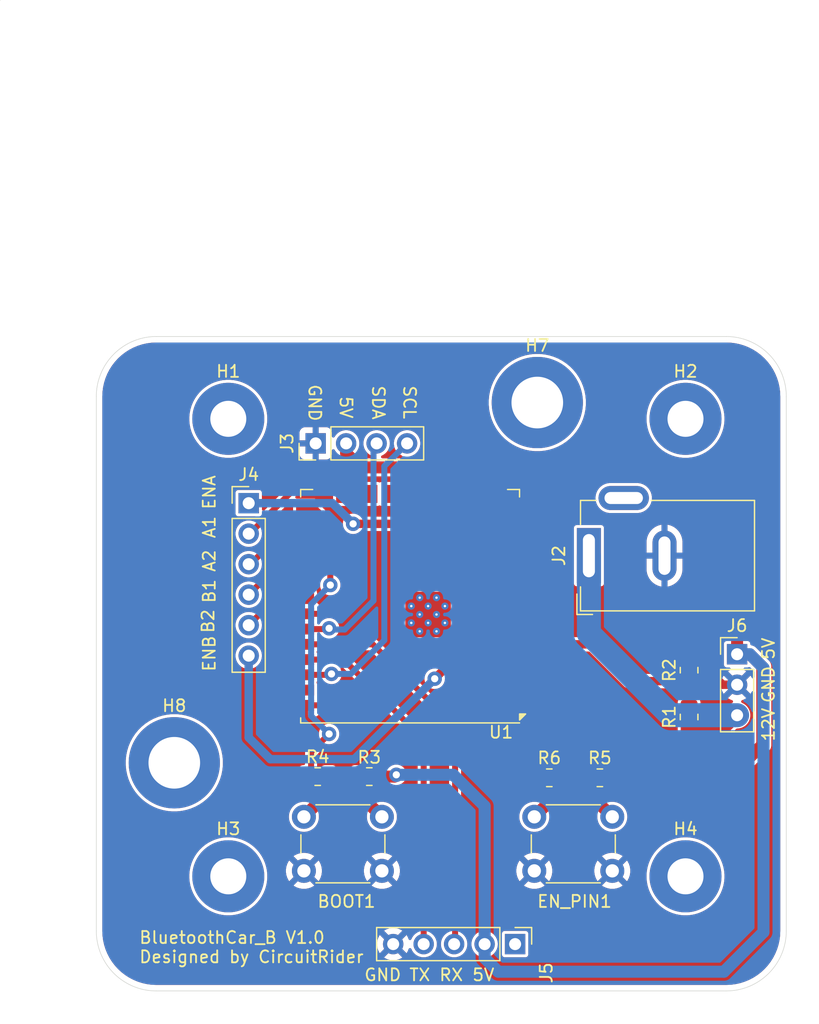
<source format=kicad_pcb>
(kicad_pcb (version 20241229) (generator "pcbnew") (generator_version "9.0")
  (layers (0 "F.Cu" signal) (2 "B.Cu" signal) (13 "F.Paste" user) (15 "B.Paste" user) (5 "F.SilkS" user "F.Silkscreen") (7 "B.SilkS" user "B.Silkscreen") (1 "F.Mask" user) (3 "B.Mask" user) (25 "Edge.Cuts" user))
  (net 0 "")
  (net 14 "SERVO_PWM")
  (net 17 "+12V")
  (net 18 "GND")
  (net 19 "SDA")
  (net 20 "SCL")
  (net 21 "+5V")
  (net 22 "INB1")
  (net 23 "ADC_VOL")
  (net 24 "INA2")
  (net 25 "ENA")
  (net 26 "INB2")
  (net 27 "ENB")
  (net 28 "INA1")
  (net 38 "TX0")
  (net 39 "RX0")
  (net 41 "Net-(BOOT1A-D)")
  (net 42 "Net-(EN_PIN1A-D)")
  (net 43 "BOOT")
  (net 44 "EN_PIN")
  (footprint "Button_Switch_THT:SW_PUSH_6mm_H5mm" (layer "F.Cu") (at 103.8 152.5 180)
    (property "Reference" "BOOT1" (at 2.95 -2.55 0) (layer "F.SilkS"))
    (property "Value" "BOOT")
    (fp_line (start 6.75 3) (end 6.75 1.5) (stroke (width 0.12)) (layer "F.SilkS"))
    (fp_line (start 5.5 -1) (end 1 -1) (stroke (width 0.12)) (layer "F.SilkS"))
    (fp_line (start 1 5.5) (end 5.5 5.5) (stroke (width 0.12)) (layer "F.SilkS"))
    (fp_line (start -0.25 1.5) (end -0.25 3) (stroke (width 0.12)) (layer "F.SilkS"))
    (pad "1" thru_hole circle (at 0 0 270) (size 2 2) (drill 1.1) (layers "*.Cu" "*.Mask") (net 18 "GND"))
    (pad "1" thru_hole circle (at 6.5 0 270) (size 2 2) (drill 1.1) (layers "*.Cu" "*.Mask") (net 18 "GND"))
    (pad "2" thru_hole circle (at 0 4.5 270) (size 2 2) (drill 1.1) (layers "*.Cu" "*.Mask") (net 41 "Net-(BOOT1A-D)"))
    (pad "2" thru_hole circle (at 6.5 4.5 270) (size 2 2) (drill 1.1) (layers "*.Cu" "*.Mask") (net 41 "Net-(BOOT1A-D)"))
  )
  (footprint "MountingHole:MountingHole_3mm_Pad" (layer "F.Cu") (at 129.1 152.955)
    (property "Reference" "H4" (at 0 -3.95 0) (layer "F.SilkS"))
    (property "Value" "MountingHole_Pad")
    (pad "1" thru_hole circle (at 0 0) (size 6 6) (drill 3) (layers "*.Cu" "*.Mask"))
  )
  (footprint "Resistor_SMD:R_0805_2012Metric" (layer "F.Cu") (at 121.9625 144.75)
    (property "Reference" "R5" (at 0 -1.65 0) (layer "F.SilkS"))
    (property "Value" "10K")
    (fp_line (start -0.227064 -0.735) (end 0.227064 -0.735) (stroke (width 0.12)) (layer "F.SilkS"))
    (fp_line (start -0.227064 0.735) (end 0.227064 0.735) (stroke (width 0.12)) (layer "F.SilkS"))
    (pad "1" smd roundrect (at -0.9125 0) (size 1.025 1.4) (layers "F.Cu" "F.Mask" "F.Paste") (roundrect_rratio 0.243902) (net 42 "Net-(EN_PIN1A-D)"))
    (pad "2" smd roundrect (at 0.9125 0) (size 1.025 1.4) (layers "F.Cu" "F.Mask" "F.Paste") (roundrect_rratio 0.243902) (net 21 "+5V"))
  )
  (footprint "MountingHole:MountingHole_4.3mm_M4_ISO7380_Pad" (layer "F.Cu") (at 116.75 113.5)
    (property "Reference" "H7" (at 0 -4.75 0) (layer "F.SilkS"))
    (property "Value" "MountingHole_Pad")
    (pad "1" thru_hole circle (at 0 0) (size 7.6 7.6) (drill 4.3) (layers "*.Cu" "*.Mask"))
  )
  (footprint "Connector_PinHeader_2.54mm:PinHeader_1x04_P2.54mm_Vertical" (layer "F.Cu") (at 98.28 116.9 90)
    (property "Reference" "J3" (at 0 -2.38 90) (layer "F.SilkS"))
    (property "Value" "LCD 1602")
    (fp_line (start -1.38 -1.38) (end 0 -1.38) (stroke (width 0.12)) (layer "F.SilkS"))
    (fp_line (start -1.38 0) (end -1.38 -1.38) (stroke (width 0.12)) (layer "F.SilkS"))
    (fp_line (start 1.38 1.27) (end 1.38 9) (stroke (width 0.12)) (layer "F.SilkS"))
    (fp_line (start -1.38 1.27) (end 1.38 1.27) (stroke (width 0.12)) (layer "F.SilkS"))
    (fp_line (start -1.38 1.27) (end -1.38 9) (stroke (width 0.12)) (layer "F.SilkS"))
    (fp_line (start -1.38 9) (end 1.38 9) (stroke (width 0.12)) (layer "F.SilkS"))
    (pad "1" thru_hole rect (at 0 0 90) (size 1.7 1.7) (drill 1) (layers "*.Cu" "*.Mask") (net 18 "GND"))
    (pad "2" thru_hole circle (at 0 2.54 90) (size 1.7 1.7) (drill 1) (layers "*.Cu" "*.Mask") (net 21 "+5V"))
    (pad "3" thru_hole circle (at 0 5.08 90) (size 1.7 1.7) (drill 1) (layers "*.Cu" "*.Mask") (net 19 "SDA"))
    (pad "4" thru_hole circle (at 0 7.62 90) (size 1.7 1.7) (drill 1) (layers "*.Cu" "*.Mask") (net 20 "SCL"))
  )
  (footprint "Button_Switch_THT:SW_PUSH_6mm_H5mm" (layer "F.Cu") (at 123 152.5 180)
    (property "Reference" "EN_PIN1" (at 3.15 -2.55 0) (layer "F.SilkS"))
    (property "Value" "EN_PIN")
    (fp_line (start 6.75 3) (end 6.75 1.5) (stroke (width 0.12)) (layer "F.SilkS"))
    (fp_line (start 5.5 -1) (end 1 -1) (stroke (width 0.12)) (layer "F.SilkS"))
    (fp_line (start 1 5.5) (end 5.5 5.5) (stroke (width 0.12)) (layer "F.SilkS"))
    (fp_line (start -0.25 1.5) (end -0.25 3) (stroke (width 0.12)) (layer "F.SilkS"))
    (pad "1" thru_hole circle (at 0 0 270) (size 2 2) (drill 1.1) (layers "*.Cu" "*.Mask") (net 18 "GND"))
    (pad "1" thru_hole circle (at 6.5 0 270) (size 2 2) (drill 1.1) (layers "*.Cu" "*.Mask") (net 18 "GND"))
    (pad "2" thru_hole circle (at 0 4.5 270) (size 2 2) (drill 1.1) (layers "*.Cu" "*.Mask") (net 42 "Net-(EN_PIN1A-D)"))
    (pad "2" thru_hole circle (at 6.5 4.5 270) (size 2 2) (drill 1.1) (layers "*.Cu" "*.Mask") (net 42 "Net-(EN_PIN1A-D)"))
  )
  (footprint "Resistor_SMD:R_0805_2012Metric" (layer "F.Cu") (at 129.4 135.7875 90)
    (property "Reference" "R2" (at 0 -1.65 90) (layer "F.SilkS"))
    (property "Value" "R")
    (fp_line (start -0.227064 -0.735) (end 0.227064 -0.735) (stroke (width 0.12)) (layer "F.SilkS"))
    (fp_line (start -0.227064 0.735) (end 0.227064 0.735) (stroke (width 0.12)) (layer "F.SilkS"))
    (pad "1" smd roundrect (at -0.9125 0 90) (size 1.025 1.4) (layers "F.Cu" "F.Mask" "F.Paste") (roundrect_rratio 0.243902) (net 23 "ADC_VOL"))
    (pad "2" smd roundrect (at 0.9125 0 90) (size 1.025 1.4) (layers "F.Cu" "F.Mask" "F.Paste") (roundrect_rratio 0.243902) (net 18 "GND"))
  )
  (footprint "MountingHole:MountingHole_3mm_Pad" (layer "F.Cu") (at 91 152.955)
    (property "Reference" "H3" (at 0 -3.95 0) (layer "F.SilkS"))
    (property "Value" "MountingHole_Pad")
    (pad "1" thru_hole circle (at 0 0) (size 6 6) (drill 3) (layers "*.Cu" "*.Mask"))
  )
  (footprint "Resistor_SMD:R_0805_2012Metric" (layer "F.Cu") (at 102.75 144.65)
    (property "Reference" "R3" (at 0 -1.6 0) (layer "F.SilkS"))
    (property "Value" "10K")
    (fp_line (start -0.227064 -0.735) (end 0.227064 -0.735) (stroke (width 0.12)) (layer "F.SilkS"))
    (fp_line (start -0.227064 0.735) (end 0.227064 0.735) (stroke (width 0.12)) (layer "F.SilkS"))
    (pad "1" smd roundrect (at -0.9125 0) (size 1.025 1.4) (layers "F.Cu" "F.Mask" "F.Paste") (roundrect_rratio 0.243902) (net 41 "Net-(BOOT1A-D)"))
    (pad "2" smd roundrect (at 0.9125 0) (size 1.025 1.4) (layers "F.Cu" "F.Mask" "F.Paste") (roundrect_rratio 0.243902) (net 21 "+5V"))
  )
  (footprint "Connector_PinHeader_2.54mm:PinHeader_1x05_P2.54mm_Vertical" (layer "F.Cu") (at 114.9 158.6 -90)
    (property "Reference" "J5" (at 2.4 -2.6 90) (layer "F.SilkS"))
    (property "Value" "Conn_01x05")
    (fp_line (start -1.38 11.54) (end 1.38 11.54) (stroke (width 0.12)) (layer "F.SilkS"))
    (fp_line (start -1.38 1.27) (end -1.38 11.54) (stroke (width 0.12)) (layer "F.SilkS"))
    (fp_line (start -1.38 1.27) (end 1.38 1.27) (stroke (width 0.12)) (layer "F.SilkS"))
    (fp_line (start 1.38 1.27) (end 1.38 11.54) (stroke (width 0.12)) (layer "F.SilkS"))
    (fp_line (start -1.38 0) (end -1.38 -1.38) (stroke (width 0.12)) (layer "F.SilkS"))
    (fp_line (start -1.38 -1.38) (end 0 -1.38) (stroke (width 0.12)) (layer "F.SilkS"))
    (pad "1" thru_hole rect (at 0 0 270) (size 1.7 1.7) (drill 1) (layers "*.Cu" "*.Mask"))
    (pad "2" thru_hole circle (at 0 2.54 270) (size 1.7 1.7) (drill 1) (layers "*.Cu" "*.Mask") (net 21 "+5V"))
    (pad "3" thru_hole circle (at 0 5.08 270) (size 1.7 1.7) (drill 1) (layers "*.Cu" "*.Mask") (net 39 "RX0"))
    (pad "4" thru_hole circle (at 0 7.62 270) (size 1.7 1.7) (drill 1) (layers "*.Cu" "*.Mask") (net 38 "TX0"))
    (pad "5" thru_hole circle (at 0 10.16 270) (size 1.7 1.7) (drill 1) (layers "*.Cu" "*.Mask") (net 18 "GND"))
  )
  (footprint "Connector_PinHeader_2.54mm:PinHeader_1x06_P2.54mm_Vertical" (layer "F.Cu") (at 92.7 121.88)
    (property "Reference" "J4" (at 0 -2.38 0) (layer "F.SilkS"))
    (property "Value" "Conn_01x06")
    (fp_line (start -1.38 -1.38) (end 0 -1.38) (stroke (width 0.12)) (layer "F.SilkS"))
    (fp_line (start -1.38 0) (end -1.38 -1.38) (stroke (width 0.12)) (layer "F.SilkS"))
    (fp_line (start -1.38 1.27) (end -1.38 14.08) (stroke (width 0.12)) (layer "F.SilkS"))
    (fp_line (start -1.38 1.27) (end 1.38 1.27) (stroke (width 0.12)) (layer "F.SilkS"))
    (fp_line (start -1.38 14.08) (end 1.38 14.08) (stroke (width 0.12)) (layer "F.SilkS"))
    (fp_line (start 1.38 1.27) (end 1.38 14.08) (stroke (width 0.12)) (layer "F.SilkS"))
    (pad "1" thru_hole rect (at 0 0) (size 1.7 1.7) (drill 1) (layers "*.Cu" "*.Mask") (net 25 "ENA"))
    (pad "2" thru_hole circle (at 0 2.54) (size 1.7 1.7) (drill 1) (layers "*.Cu" "*.Mask") (net 28 "INA1"))
    (pad "3" thru_hole circle (at 0 5.08) (size 1.7 1.7) (drill 1) (layers "*.Cu" "*.Mask") (net 24 "INA2"))
    (pad "4" thru_hole circle (at 0 7.62) (size 1.7 1.7) (drill 1) (layers "*.Cu" "*.Mask") (net 22 "INB1"))
    (pad "5" thru_hole circle (at 0 10.16) (size 1.7 1.7) (drill 1) (layers "*.Cu" "*.Mask") (net 26 "INB2"))
    (pad "6" thru_hole circle (at 0 12.7) (size 1.7 1.7) (drill 1) (layers "*.Cu" "*.Mask") (net 27 "ENB"))
  )
  (footprint "Connector_BarrelJack:BarrelJack_GCT_DCJ200-10-A_Horizontal" (layer "F.Cu") (at 121.05 126.25 90)
    (property "Reference" "J2" (at 0 -2.5 90) (layer "F.SilkS"))
    (property "Value" "Jack_DC")
    (fp_line (start -3.2 -1) (end -4.9 -1) (stroke (width 0.12)) (layer "F.SilkS"))
    (fp_line (start -4.9 -1) (end -4.9 0.3) (stroke (width 0.12)) (layer "F.SilkS"))
    (fp_line (start 4.6 -0.7) (end 4.6 0.6) (stroke (width 0.12)) (layer "F.SilkS"))
    (fp_line (start 2.6 -0.7) (end 4.6 -0.7) (stroke (width 0.12)) (layer "F.SilkS"))
    (fp_line (start -4.6 -0.7) (end -2.6 -0.7) (stroke (width 0.12)) (layer "F.SilkS"))
    (fp_line (start 4.6 5.2) (end 4.6 13.8) (stroke (width 0.12)) (layer "F.SilkS"))
    (fp_line (start 4.6 13.8) (end -4.6 13.8) (stroke (width 0.12)) (layer "F.SilkS"))
    (fp_line (start -4.6 13.8) (end -4.6 -0.7) (stroke (width 0.12)) (layer "F.SilkS"))
    (pad "1" thru_hole rect (at 0 0 90) (size 4.6 2) (drill oval 3.6 1) (layers "*.Cu" "*.Mask") (net 17 "+12V"))
    (pad "2" thru_hole oval (at 0 6.3 90) (size 4.2 2) (drill oval 3.2 1) (layers "*.Cu" "*.Mask") (net 18 "GND"))
    (pad "3" thru_hole oval (at 4.8 2.9 90) (size 2 4.2) (drill oval 1 3.2) (layers "*.Cu" "*.Mask"))
  )
  (footprint "MountingHole:MountingHole_3mm_Pad" (layer "F.Cu") (at 129.1 114.855)
    (property "Reference" "H2" (at 0 -3.95 0) (layer "F.SilkS"))
    (property "Value" "MountingHole_Pad")
    (pad "1" thru_hole circle (at 0 0) (size 6 6) (drill 3) (layers "*.Cu" "*.Mask"))
  )
  (footprint "MountingHole:MountingHole_3mm_Pad" (layer "F.Cu") (at 91 114.855)
    (property "Reference" "H1" (at 0 -3.95 0) (layer "F.SilkS"))
    (property "Value" "MountingHole_Pad")
    (pad "1" thru_hole circle (at 0 0) (size 6 6) (drill 3) (layers "*.Cu" "*.Mask"))
  )
  (footprint "Resistor_SMD:R_0805_2012Metric" (layer "F.Cu") (at 98.45 144.65)
    (property "Reference" "R4" (at 0 -1.65 0) (layer "F.SilkS"))
    (property "Value" "1K")
    (fp_line (start -0.227064 -0.735) (end 0.227064 -0.735) (stroke (width 0.12)) (layer "F.SilkS"))
    (fp_line (start -0.227064 0.735) (end 0.227064 0.735) (stroke (width 0.12)) (layer "F.SilkS"))
    (pad "1" smd roundrect (at -0.9125 0) (size 1.025 1.4) (layers "F.Cu" "F.Mask" "F.Paste") (roundrect_rratio 0.243902) (net 43 "BOOT"))
    (pad "2" smd roundrect (at 0.9125 0) (size 1.025 1.4) (layers "F.Cu" "F.Mask" "F.Paste") (roundrect_rratio 0.243902) (net 41 "Net-(BOOT1A-D)"))
  )
  (footprint "Resistor_SMD:R_0805_2012Metric" (layer "F.Cu") (at 129.4 139.6875 90)
    (property "Reference" "R1" (at 0 -1.65 90) (layer "F.SilkS"))
    (property "Value" "R")
    (fp_line (start -0.227064 -0.735) (end 0.227064 -0.735) (stroke (width 0.12)) (layer "F.SilkS"))
    (fp_line (start -0.227064 0.735) (end 0.227064 0.735) (stroke (width 0.12)) (layer "F.SilkS"))
    (pad "1" smd roundrect (at -0.9125 0 90) (size 1.025 1.4) (layers "F.Cu" "F.Mask" "F.Paste") (roundrect_rratio 0.243902) (net 17 "+12V"))
    (pad "2" smd roundrect (at 0.9125 0 90) (size 1.025 1.4) (layers "F.Cu" "F.Mask" "F.Paste") (roundrect_rratio 0.243902) (net 23 "ADC_VOL"))
  )
  (footprint "MountingHole:MountingHole_4.3mm_M4_ISO7380_Pad" (layer "F.Cu") (at 86.5 143.5)
    (property "Reference" "H8" (at 0 -4.75 0) (layer "F.SilkS"))
    (property "Value" "MountingHole_Pad")
    (pad "1" thru_hole circle (at 0 0) (size 7.6 7.6) (drill 4.3) (layers "*.Cu" "*.Mask"))
  )
  (footprint "Connector_PinHeader_2.54mm:PinHeader_1x03_P2.54mm_Vertical" (layer "F.Cu") (at 133.4 134.46)
    (property "Reference" "J6" (at 0 -2.38 0) (layer "F.SilkS"))
    (property "Value" "Battery_Source")
    (fp_line (start -1.38 -1.38) (end 0 -1.38) (stroke (width 0.12)) (layer "F.SilkS"))
    (fp_line (start -1.38 0) (end -1.38 -1.38) (stroke (width 0.12)) (layer "F.SilkS"))
    (fp_line (start -1.38 1.27) (end -1.38 6.46) (stroke (width 0.12)) (layer "F.SilkS"))
    (fp_line (start -1.38 1.27) (end 1.38 1.27) (stroke (width 0.12)) (layer "F.SilkS"))
    (fp_line (start -1.38 6.46) (end 1.38 6.46) (stroke (width 0.12)) (layer "F.SilkS"))
    (fp_line (start 1.38 1.27) (end 1.38 6.46) (stroke (width 0.12)) (layer "F.SilkS"))
    (pad "1" thru_hole rect (at 0 0) (size 1.7 1.7) (drill 1) (layers "*.Cu" "*.Mask") (net 21 "+5V"))
    (pad "2" thru_hole circle (at 0 2.54) (size 1.7 1.7) (drill 1) (layers "*.Cu" "*.Mask") (net 18 "GND"))
    (pad "3" thru_hole circle (at 0 5.08) (size 1.7 1.7) (drill 1) (layers "*.Cu" "*.Mask") (net 17 "+12V"))
  )
  (footprint "Resistor_SMD:R_0805_2012Metric" (layer "F.Cu") (at 117.75 144.75)
    (property "Reference" "R6" (at 0 -1.65 0) (layer "F.SilkS"))
    (property "Value" "1K")
    (fp_line (start -0.227064 -0.735) (end 0.227064 -0.735) (stroke (width 0.12)) (layer "F.SilkS"))
    (fp_line (start -0.227064 0.735) (end 0.227064 0.735) (stroke (width 0.12)) (layer "F.SilkS"))
    (pad "1" smd roundrect (at -0.9125 0) (size 1.025 1.4) (layers "F.Cu" "F.Mask" "F.Paste") (roundrect_rratio 0.243902) (net 44 "EN_PIN"))
    (pad "2" smd roundrect (at 0.9125 0) (size 1.025 1.4) (layers "F.Cu" "F.Mask" "F.Paste") (roundrect_rratio 0.243902) (net 42 "Net-(EN_PIN1A-D)"))
  )
  (footprint "RF_Module:ESP32-WROOM-32U" (layer "F.Cu") (at 106.15 130.46 180)
    (property "Reference" "U1" (at -7.58 -10.5 0) (layer "F.SilkS"))
    (property "Value" "ESP32-DevKitC")
    (fp_line (start 9.12 9.72) (end 8.12 9.72) (stroke (width 0.12)) (layer "F.SilkS"))
    (fp_line (start 9.12 9.1) (end 9.12 9.72) (stroke (width 0.12)) (layer "F.SilkS"))
    (fp_line (start 9.12 -9.72) (end 9.12 -9.3) (stroke (width 0.12)) (layer "F.SilkS"))
    (fp_line (start -9.12 9.72) (end -8.12 9.72) (stroke (width 0.12)) (layer "F.SilkS"))
    (fp_line (start -9.12 9.1) (end -9.12 9.72) (stroke (width 0.12)) (layer "F.SilkS"))
    (fp_line (start -9.12 -9.72) (end 9.12 -9.72) (stroke (width 0.12)) (layer "F.SilkS"))
    (fp_poly (pts (xy -9.125 -8.975) (xy -9.625 -8.975) (xy -9.125 -9.475) (xy -9.125 -8.975)) (stroke (width 0.12)) (fill yes) (layer "F.SilkS"))
    (pad "1" smd rect (at -8.75 -8.255 180) (size 1.5 0.9) (layers "F.Cu" "F.Mask" "F.Paste"))
    (pad "2" smd rect (at -8.75 -6.985 180) (size 1.5 0.9) (layers "F.Cu" "F.Mask" "F.Paste") (net 44 "EN_PIN"))
    (pad "3" smd rect (at -8.75 -5.715 180) (size 1.5 0.9) (layers "F.Cu" "F.Mask" "F.Paste"))
    (pad "4" smd rect (at -8.75 -4.445 180) (size 1.5 0.9) (layers "F.Cu" "F.Mask" "F.Paste"))
    (pad "5" smd rect (at -8.75 -3.175 180) (size 1.5 0.9) (layers "F.Cu" "F.Mask" "F.Paste") (net 23 "ADC_VOL"))
    (pad "6" smd rect (at -8.75 -1.905 180) (size 1.5 0.9) (layers "F.Cu" "F.Mask" "F.Paste"))
    (pad "7" smd rect (at -8.75 -0.635 180) (size 1.5 0.9) (layers "F.Cu" "F.Mask" "F.Paste") (net 27 "ENB"))
    (pad "8" smd rect (at -8.75 0.635 180) (size 1.5 0.9) (layers "F.Cu" "F.Mask" "F.Paste") (net 25 "ENA"))
    (pad "9" smd rect (at -8.75 1.905 180) (size 1.5 0.9) (layers "F.Cu" "F.Mask" "F.Paste"))
    (pad "10" smd rect (at -8.75 3.175 180) (size 1.5 0.9) (layers "F.Cu" "F.Mask" "F.Paste"))
    (pad "11" smd rect (at -8.75 4.445 180) (size 1.5 0.9) (layers "F.Cu" "F.Mask" "F.Paste"))
    (pad "12" smd rect (at -8.75 5.715 180) (size 1.5 0.9) (layers "F.Cu" "F.Mask" "F.Paste"))
    (pad "13" smd rect (at -8.75 6.985 180) (size 1.5 0.9) (layers "F.Cu" "F.Mask" "F.Paste"))
    (pad "14" smd rect (at -8.75 8.255 180) (size 1.5 0.9) (layers "F.Cu" "F.Mask" "F.Paste") (net 18 "GND"))
    (pad "15" smd rect (at -5.715 9.35 270) (size 1.5 0.9) (layers "F.Cu" "F.Mask" "F.Paste") (net 14 "SERVO_PWM"))
    (pad "16" smd rect (at -4.445 9.35 270) (size 1.5 0.9) (layers "F.Cu" "F.Mask" "F.Paste"))
    (pad "17" smd rect (at -3.175 9.35 270) (size 1.5 0.9) (layers "F.Cu" "F.Mask" "F.Paste"))
    (pad "18" smd rect (at -1.905 9.35 270) (size 1.5 0.9) (layers "F.Cu" "F.Mask" "F.Paste"))
    (pad "19" smd rect (at -0.635 9.35 270) (size 1.5 0.9) (layers "F.Cu" "F.Mask" "F.Paste") (net 21 "+5V"))
    (pad "20" smd rect (at 0.635 9.35 270) (size 1.5 0.9) (layers "F.Cu" "F.Mask" "F.Paste"))
    (pad "21" smd rect (at 1.905 9.35 270) (size 1.5 0.9) (layers "F.Cu" "F.Mask" "F.Paste"))
    (pad "22" smd rect (at 3.175 9.35 270) (size 1.5 0.9) (layers "F.Cu" "F.Mask" "F.Paste"))
    (pad "23" smd rect (at 4.445 9.35 270) (size 1.5 0.9) (layers "F.Cu" "F.Mask" "F.Paste"))
    (pad "24" smd rect (at 5.715 9.35 270) (size 1.5 0.9) (layers "F.Cu" "F.Mask" "F.Paste") (net 28 "INA1"))
    (pad "25" smd rect (at 8.75 8.255 180) (size 1.5 0.9) (layers "F.Cu" "F.Mask" "F.Paste") (net 43 "BOOT"))
    (pad "26" smd rect (at 8.75 6.985 180) (size 1.5 0.9) (layers "F.Cu" "F.Mask" "F.Paste") (net 24 "INA2"))
    (pad "27" smd rect (at 8.75 5.715 180) (size 1.5 0.9) (layers "F.Cu" "F.Mask" "F.Paste"))
    (pad "28" smd rect (at 8.75 4.445 180) (size 1.5 0.9) (layers "F.Cu" "F.Mask" "F.Paste"))
    (pad "29" smd rect (at 8.75 3.175 180) (size 1.5 0.9) (layers "F.Cu" "F.Mask" "F.Paste"))
    (pad "30" smd rect (at 8.75 1.905 180) (size 1.5 0.9) (layers "F.Cu" "F.Mask" "F.Paste") (net 22 "INB1"))
    (pad "31" smd rect (at 8.75 0.635 180) (size 1.5 0.9) (layers "F.Cu" "F.Mask" "F.Paste") (net 26 "INB2"))
    (pad "32" smd rect (at 8.75 -0.635 180) (size 1.5 0.9) (layers "F.Cu" "F.Mask" "F.Paste") (net 18 "GND"))
    (pad "33" smd rect (at 8.75 -1.905 180) (size 1.5 0.9) (layers "F.Cu" "F.Mask" "F.Paste") (net 19 "SDA"))
    (pad "34" smd rect (at 8.75 -3.175 180) (size 1.5 0.9) (layers "F.Cu" "F.Mask" "F.Paste") (net 39 "RX0"))
    (pad "35" smd rect (at 8.75 -4.445 180) (size 1.5 0.9) (layers "F.Cu" "F.Mask" "F.Paste") (net 38 "TX0"))
    (pad "36" smd rect (at 8.75 -5.715 180) (size 1.5 0.9) (layers "F.Cu" "F.Mask" "F.Paste") (net 20 "SCL"))
    (pad "37" smd rect (at 8.75 -6.985 180) (size 1.5 0.9) (layers "F.Cu" "F.Mask" "F.Paste"))
    (pad "38" smd rect (at 8.75 -8.255 180) (size 1.5 0.9) (layers "F.Cu" "F.Mask" "F.Paste") (net 18 "GND"))
    (pad "39" smd rect (at -2.9 -2.09 180) (size 0.9 0.9) (layers "F.Cu" "F.Paste"))
    (pad "39" thru_hole circle (at -2.9 -1.39 180) (size 0.6 0.6) (drill 0.2) (property pad_prop_heatsink) (layers "*.Cu" "F.Mask"))
    (pad "39" smd rect (at -2.9 -0.69 180) (size 0.9 0.9) (layers "F.Cu" "F.Paste"))
    (pad "39" thru_hole circle (at -2.9 0.01 180) (size 0.6 0.6) (drill 0.2) (property pad_prop_heatsink) (layers "*.Cu" "F.Mask"))
    (pad "39" smd rect (at -2.9 0.71 180) (size 0.9 0.9) (layers "F.Cu" "F.Paste"))
    (pad "39" thru_hole circle (at -2.2 -2.09 180) (size 0.6 0.6) (drill 0.2) (property pad_prop_heatsink) (layers "*.Cu" "F.Mask"))
    (pad "39" thru_hole circle (at -2.2 -0.69 180) (size 0.6 0.6) (drill 0.2) (property pad_prop_heatsink) (layers "*.Cu" "F.Mask"))
    (pad "39" thru_hole circle (at -2.2 0.71 180) (size 0.6 0.6) (drill 0.2) (property pad_prop_heatsink) (layers "*.Cu" "F.Mask"))
    (pad "39" smd rect (at -1.5 -2.09 180) (size 0.9 0.9) (layers "F.Cu" "F.Paste"))
    (pad "39" thru_hole circle (at -1.5 -1.39 180) (size 0.6 0.6) (drill 0.2) (property pad_prop_heatsink) (layers "*.Cu" "F.Mask"))
    (pad "39" smd rect (at -1.5 -0.69 180) (size 0.9 0.9) (layers "F.Cu" "F.Paste"))
    (pad "39" smd rect (at -1.5 -0.69 180) (size 3.8 3.8) (property pad_prop_heatsink) (layers "F.Cu" "F.Mask"))
    (pad "39" thru_hole circle (at -1.5 0.01 180) (size 0.6 0.6) (drill 0.2) (property pad_prop_heatsink) (layers "*.Cu" "F.Mask"))
    (pad "39" smd rect (at -1.5 0.71 180) (size 0.9 0.9) (layers "F.Cu" "F.Paste"))
    (pad "39" thru_hole circle (at -0.8 -2.09 180) (size 0.6 0.6) (drill 0.2) (property pad_prop_heatsink) (layers "*.Cu" "F.Mask"))
    (pad "39" thru_hole circle (at -0.8 -0.69 180) (size 0.6 0.6) (drill 0.2) (property pad_prop_heatsink) (layers "*.Cu" "F.Mask"))
    (pad "39" thru_hole circle (at -0.8 0.71 180) (size 0.6 0.6) (drill 0.2) (property pad_prop_heatsink) (layers "*.Cu" "F.Mask"))
    (pad "39" smd rect (at -0.1 -2.09 180) (size 0.9 0.9) (layers "F.Cu" "F.Paste"))
    (pad "39" thru_hole circle (at -0.1 -1.39 180) (size 0.6 0.6) (drill 0.2) (property pad_prop_heatsink) (layers "*.Cu" "F.Mask"))
    (pad "39" smd rect (at -0.1 -0.69 180) (size 0.9 0.9) (layers "F.Cu" "F.Paste"))
    (pad "39" thru_hole circle (at -0.1 0.01 180) (size 0.6 0.6) (drill 0.2) (property pad_prop_heatsink) (layers "*.Cu" "F.Mask"))
    (pad "39" smd rect (at -0.1 0.71 180) (size 0.9 0.9) (layers "F.Cu" "F.Paste"))
  )
  (gr_line (start 132.5 162.5) (end 85 162.5) (stroke (width 0.05)) (layer "Edge.Cuts"))
  (gr_line (start 137.5 113) (end 137.5 157.5) (stroke (width 0.05)) (layer "Edge.Cuts"))
  (gr_line (start 80 157.5) (end 80 113) (stroke (width 0.05)) (layer "Edge.Cuts"))
  (gr_arc (start 85 162.5) (mid 81.464466 161.035534) (end 80 157.5) (stroke (width 0.05)) (layer "Edge.Cuts"))
  (gr_arc (start 137.5 157.5) (mid 136.035534 161.035534) (end 132.5 162.5) (stroke (width 0.05)) (layer "Edge.Cuts"))
  (gr_line (start 85 108) (end 132.5 108) (stroke (width 0.05)) (layer "Edge.Cuts"))
  (gr_arc (start 132.5 108) (mid 136.035534 109.464466) (end 137.5 113) (stroke (width 0.05)) (layer "Edge.Cuts"))
  (gr_arc (start 80 113) (mid 81.464466 109.464466) (end 85 108) (stroke (width 0.05)) (layer "Edge.Cuts"))
  (gr_line (start 72 80) (end 72 80) (stroke (width 0.05)) (layer "Edge.Cuts"))
  (gr_text "12V" (at 136.6 141.8 90) (layer "F.SilkS") (effects (font (size 1 1)) (justify left bottom)))
  (gr_text "GND" (at 102.25 161.75 0) (layer "F.SilkS") (effects (font (size 1 1)) (justify left bottom)))
  (gr_text "GND" (at 136.6 138.6 90) (layer "F.SilkS") (effects (font (size 1 1)) (justify left bottom)))
  (gr_text "TX" (at 106 161.75 0) (layer "F.SilkS") (effects (font (size 1 1)) (justify left bottom)))
  (gr_text "BluetoothCar_B V1.0\nDesigned by CircuitRider" (at 83.5 160.25 0) (layer "F.SilkS") (effects (font (size 1 1)) (justify left bottom)))
  (gr_text "ENA" (at 90 122.48 90) (layer "F.SilkS") (effects (font (size 1 1)) (justify left bottom)))
  (gr_text "5V" (at 136.6 135 90) (layer "F.SilkS") (effects (font (size 1 1)) (justify left bottom)))
  (gr_text "B2" (at 89.9 132.78 90) (layer "F.SilkS") (effects (font (size 1 1)) (justify left bottom)))
  (gr_text "5V" (at 100.22 112.9 270) (layer "F.SilkS") (effects (font (size 1 1)) (justify left bottom)))
  (gr_text "B1" (at 90 130.28 90) (layer "F.SilkS") (effects (font (size 1 1)) (justify left bottom)))
  (gr_text "A2" (at 90 127.68 90) (layer "F.SilkS") (effects (font (size 1 1)) (justify left bottom)))
  (gr_text "A1" (at 90 124.88 90) (layer "F.SilkS") (effects (font (size 1 1)) (justify left bottom)))
  (gr_text "GND" (at 97.62 111.9 270) (layer "F.SilkS") (effects (font (size 1 1)) (justify left bottom)))
  (gr_text "RX" (at 108.5 161.75 0) (layer "F.SilkS") (effects (font (size 1 1)) (justify left bottom)))
  (gr_text "SDA" (at 102.92 112 270) (layer "F.SilkS") (effects (font (size 1 1)) (justify left bottom)))
  (gr_text "SCL" (at 105.52 112 270) (layer "F.SilkS") (effects (font (size 1 1)) (justify left bottom)))
  (gr_text "ENB" (at 90 135.98 90) (layer "F.SilkS") (effects (font (size 1 1)) (justify left bottom)))
  (gr_text "5V" (at 111.25 161.75 0) (layer "F.SilkS") (effects (font (size 1 1)) (justify left bottom)))
  (segment (start 129.4 140.6) (end 132.34 140.6) (width 1) (layer "F.Cu") (net 17))
  (segment (start 132.34 140.6) (end 133.4 139.54) (width 1) (layer "F.Cu") (net 17))
  (segment (start 121.05 132.73) (end 127.86 139.54) (width 2) (layer "B.Cu") (net 17))
  (segment (start 127.86 139.54) (end 133.4 139.54) (width 2) (layer "B.Cu") (net 17))
  (segment (start 121.05 126.25) (end 121.05 132.73) (width 2) (layer "B.Cu") (net 17))
  (segment (start 132.2 137) (end 133.4 137) (width 0.7) (layer "F.Cu") (net 18))
  (segment (start 129.4 134.875) (end 130.075 134.875) (width 0.7) (layer "F.Cu") (net 18))
  (segment (start 130.075 134.875) (end 132.2 137) (width 0.7) (layer "F.Cu") (net 18))
  (segment (start 97.4 132.365) (end 99.335 132.365) (width 0.5) (layer "F.Cu") (net 19))
  (segment (start 99.335 132.365) (end 99.4 132.3) (width 0.5) (layer "F.Cu") (net 19))
  (via (at 99.4 132.3) (size 1.2) (drill 0.6) (layers "F.Cu" "B.Cu") (net 19))
  (segment (start 99.5 132.4) (end 100.7 132.4) (width 0.5) (layer "B.Cu") (net 19))
  (segment (start 103.1 117.16) (end 103.36 116.9) (width 0.5) (layer "B.Cu") (net 19))
  (segment (start 100.7 132.4) (end 103.1 130) (width 0.5) (layer "B.Cu") (net 19))
  (segment (start 103.1 130) (end 103.1 117.16) (width 0.5) (layer "B.Cu") (net 19))
  (segment (start 99.4 132.3) (end 99.5 132.4) (width 0.5) (layer "B.Cu") (net 19))
  (segment (start 99.525 136.175) (end 99.6 136.1) (width 0.5) (layer "F.Cu") (net 20))
  (segment (start 97.4 136.175) (end 99.525 136.175) (width 0.5) (layer "F.Cu") (net 20))
  (via (at 99.6 136.1) (size 1.2) (drill 0.6) (layers "F.Cu" "B.Cu") (net 20))
  (segment (start 104 118.8) (end 105.9 116.9) (width 0.5) (layer "B.Cu") (net 20))
  (segment (start 104 133.3) (end 104 118.8) (width 0.5) (layer "B.Cu") (net 20))
  (segment (start 101.2 136.1) (end 104 133.3) (width 0.5) (layer "B.Cu") (net 20))
  (segment (start 99.6 136.1) (end 101.2 136.1) (width 0.5) (layer "B.Cu") (net 20))
  (segment (start 106.785 119.785) (end 106.785 121.11) (width 1) (layer "F.Cu") (net 21))
  (segment (start 100.82 117.72) (end 102 118.9) (width 1) (layer "F.Cu") (net 21))
  (segment (start 100.82 116.9) (end 100.82 117.72) (width 1) (layer "F.Cu") (net 21))
  (segment (start 104.85 144.65) (end 105 144.5) (width 1) (layer "F.Cu") (net 21))
  (segment (start 126.9 119) (end 133.4 125.5) (width 1) (layer "F.Cu") (net 21))
  (segment (start 102 118.9) (end 105.9 118.9) (width 1) (layer "F.Cu") (net 21))
  (segment (start 107.6 119) (end 126.9 119) (width 1) (layer "F.Cu") (net 21))
  (segment (start 106.785 119.815) (end 107.6 119) (width 1) (layer "F.Cu") (net 21))
  (segment (start 133.4 125.5) (end 133.4 134.46) (width 1) (layer "F.Cu") (net 21))
  (segment (start 122.875 144.75) (end 132.75 144.75) (width 1) (layer "F.Cu") (net 21))
  (segment (start 134.46 134.46) (end 133.4 134.46) (width 1) (layer "F.Cu") (net 21))
  (segment (start 135.5 142) (end 135.5 135.5) (width 1) (layer "F.Cu") (net 21))
  (segment (start 132.75 144.75) (end 135.5 142) (width 1) (layer "F.Cu") (net 21))
  (segment (start 135.5 135.5) (end 134.46 134.46) (width 1) (layer "F.Cu") (net 21))
  (segment (start 105.9 118.9) (end 106.785 119.785) (width 1) (layer "F.Cu") (net 21))
  (segment (start 103.6625 144.65) (end 104.85 144.65) (width 1) (layer "F.Cu") (net 21))
  (segment (start 106.785 121.11) (end 106.785 119.815) (width 1) (layer "F.Cu") (net 21))
  (via (at 105 144.5) (size 1.2) (drill 0.6) (layers "F.Cu" "B.Cu") (net 21))
  (segment (start 135.6 157.6) (end 135.6 135.6) (width 1) (layer "B.Cu") (net 21))
  (segment (start 109.75 144.5) (end 105 144.5) (width 1) (layer "B.Cu") (net 21))
  (segment (start 134.46 134.46) (end 133.4 134.46) (width 1) (layer "B.Cu") (net 21))
  (segment (start 135.6 135.6) (end 134.46 134.46) (width 1) (layer "B.Cu") (net 21))
  (segment (start 112.36 147.11) (end 109.75 144.5) (width 1) (layer "B.Cu") (net 21))
  (segment (start 113.5 160.9) (end 132.3 160.9) (width 1) (layer "B.Cu") (net 21))
  (segment (start 132.3 160.9) (end 135.6 157.6) (width 1) (layer "B.Cu") (net 21))
  (segment (start 112.36 158.6) (end 112.36 147.11) (width 1) (layer "B.Cu") (net 21))
  (segment (start 112.36 158.6) (end 112.36 159.76) (width 1) (layer "B.Cu") (net 21))
  (segment (start 112.36 159.76) (end 113.5 160.9) (width 1) (layer "B.Cu") (net 21))
  (segment (start 93.645 128.555) (end 92.7 129.5) (width 0.5) (layer "F.Cu") (net 22))
  (segment (start 97.4 128.555) (end 93.645 128.555) (width 0.5) (layer "F.Cu") (net 22))
  (segment (start 129.4 136.7) (end 129.4 138.775) (width 0.7) (layer "F.Cu") (net 23))
  (segment (start 129.4 136.7) (end 124.4 136.7) (width 0.7) (layer "F.Cu") (net 23))
  (segment (start 124.4 136.7) (end 121.335 133.635) (width 0.7) (layer "F.Cu") (net 23))
  (segment (start 121.335 133.635) (end 114.9 133.635) (width 0.7) (layer "F.Cu") (net 23))
  (segment (start 92.7 126.96) (end 92.84 126.96) (width 0.5) (layer "F.Cu") (net 24))
  (segment (start 96.325 123.475) (end 97.4 123.475) (width 0.5) (layer "F.Cu") (net 24))
  (segment (start 92.84 126.96) (end 96.325 123.475) (width 0.5) (layer "F.Cu") (net 24))
  (segment (start 113.45 129.825) (end 107.225 123.6) (width 0.7) (layer "F.Cu") (net 25))
  (segment (start 114.9 129.825) (end 113.45 129.825) (width 0.7) (layer "F.Cu") (net 25))
  (segment (start 107.225 123.6) (end 101.4 123.6) (width 0.7) (layer "F.Cu") (net 25))
  (via (at 101.4 123.6) (size 1.2) (drill 0.6) (layers "F.Cu" "B.Cu") (net 25))
  (segment (start 99.68 121.88) (end 92.7 121.88) (width 0.7) (layer "B.Cu") (net 25))
  (segment (start 101.4 123.6) (end 99.68 121.88) (width 0.7) (layer "B.Cu") (net 25))
  (segment (start 97.4 129.825) (end 94.915 129.825) (width 0.5) (layer "F.Cu") (net 26))
  (segment (start 94.915 129.825) (end 92.7 132.04) (width 0.5) (layer "F.Cu") (net 26))
  (segment (start 113.605 131.095) (end 108.2 136.5) (width 0.7) (layer "F.Cu") (net 27))
  (segment (start 114.9 131.095) (end 113.605 131.095) (width 0.7) (layer "F.Cu") (net 27))
  (via (at 108.2 136.5) (size 1.2) (drill 0.6) (layers "F.Cu" "B.Cu") (net 27))
  (segment (start 92.7 134.58) (end 92.7 141.4) (width 0.7) (layer "B.Cu") (net 27))
  (segment (start 92.7 141.4) (end 94.5 143.2) (width 0.7) (layer "B.Cu") (net 27))
  (segment (start 101.5 143.2) (end 108.2 136.5) (width 0.7) (layer "B.Cu") (net 27))
  (segment (start 94.5 143.2) (end 101.5 143.2) (width 0.7) (layer "B.Cu") (net 27))
  (segment (start 92.7 124.42) (end 92.78 124.42) (width 0.5) (layer "F.Cu") (net 28))
  (segment (start 92.78 124.42) (end 96.5 120.7) (width 0.5) (layer "F.Cu") (net 28))
  (segment (start 96.5 120.7) (end 100.025 120.7) (width 0.5) (layer "F.Cu") (net 28))
  (segment (start 100.025 120.7) (end 100.435 121.11) (width 0.5) (layer "F.Cu") (net 28))
  (segment (start 107.28 141.58) (end 107.28 158.6) (width 0.5) (layer "F.Cu") (net 38))
  (segment (start 100.605 134.905) (end 107.28 141.58) (width 0.5) (layer "F.Cu") (net 38))
  (segment (start 97.4 134.905) (end 100.605 134.905) (width 0.5) (layer "F.Cu") (net 38))
  (segment (start 109.9 158.52) (end 109.82 158.6) (width 0.5) (layer "F.Cu") (net 39))
  (segment (start 97.4 133.635) (end 103.035 133.635) (width 0.5) (layer "F.Cu") (net 39))
  (segment (start 103.035 133.635) (end 109.9 140.5) (width 0.5) (layer "F.Cu") (net 39))
  (segment (start 109.9 140.5) (end 109.9 158.52) (width 0.5) (layer "F.Cu") (net 39))
  (segment (start 99.3625 144.65) (end 101.8375 144.65) (width 1) (layer "F.Cu") (net 41))
  (segment (start 101.8375 146.0375) (end 103.8 148) (width 1) (layer "F.Cu") (net 41))
  (segment (start 99.3625 144.65) (end 99.3625 145.9375) (width 1) (layer "F.Cu") (net 41))
  (segment (start 101.8375 144.65) (end 101.8375 146.0375) (width 1) (layer "F.Cu") (net 41))
  (segment (start 99.3625 145.9375) (end 97.3 148) (width 1) (layer "F.Cu") (net 41))
  (segment (start 121.05 146.05) (end 123 148) (width 1) (layer "F.Cu") (net 42))
  (segment (start 121.05 144.75) (end 121.05 146.05) (width 1) (layer "F.Cu") (net 42))
  (segment (start 118.6625 144.75) (end 118.6625 145.8375) (width 1) (layer "F.Cu") (net 42))
  (segment (start 118.6625 145.8375) (end 116.5 148) (width 1) (layer "F.Cu") (net 42))
  (segment (start 118.6625 144.75) (end 121.05 144.75) (width 1) (layer "F.Cu") (net 42))
  (segment (start 97.9 144.2875) (end 97.5375 144.65) (width 0.5) (layer "F.Cu") (net 43))
  (segment (start 99.4 141.1) (end 97.9 142.6) (width 0.5) (layer "F.Cu") (net 43))
  (segment (start 99.5 128.7) (end 99.5 123.6) (width 0.5) (layer "F.Cu") (net 43))
  (segment (start 97.9 142.6) (end 97.9 144.2875) (width 0.5) (layer "F.Cu") (net 43))
  (segment (start 99.5 123.6) (end 98.105 122.205) (width 0.5) (layer "F.Cu") (net 43))
  (segment (start 98.105 122.205) (end 97.4 122.205) (width 0.5) (layer "F.Cu") (net 43))
  (via (at 99.4 141.1) (size 1.2) (drill 0.6) (layers "F.Cu" "B.Cu") (net 43))
  (via (at 99.5 128.7) (size 1.2) (drill 0.6) (layers "F.Cu" "B.Cu") (net 43))
  (segment (start 99.4 141.1) (end 97.9 139.6) (width 0.5) (layer "B.Cu") (net 43))
  (segment (start 97.9 139.6) (end 97.9 130.3) (width 0.5) (layer "B.Cu") (net 43))
  (segment (start 97.9 130.3) (end 99.5 128.7) (width 0.5) (layer "B.Cu") (net 43))
  (segment (start 115.745 137.445) (end 116.8375 138.5375) (width 0.5) (layer "F.Cu") (net 44))
  (segment (start 116.8375 138.5375) (end 116.8375 144.75) (width 0.5) (layer "F.Cu") (net 44))
  (segment (start 114.9 137.445) (end 115.745 137.445) (width 0.5) (layer "F.Cu") (net 44))
  (zone (net 18) (net_name "GND") (layers "F.Cu" "B.Cu") (connect_pads (clearance 0.25)) (min_thickness 0.25) (fill yes (thermal_gap 0.5) (thermal_bridge_width 0.5))
    (polygon (pts (xy 78 107.5) (xy 78 105) (xy 140.25 105) (xy 140.25 165.25) (xy 77.75 165)))
  )
)
</source>
